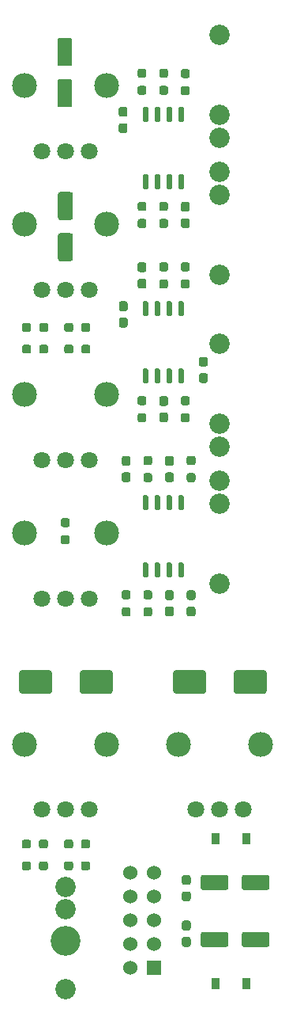
<source format=gbr>
%TF.GenerationSoftware,KiCad,Pcbnew,(5.1.9)-1*%
%TF.CreationDate,2021-03-03T00:59:23+01:00*%
%TF.ProjectId,Hands of Svarog,48616e64-7320-46f6-9620-537661726f67,rev?*%
%TF.SameCoordinates,Original*%
%TF.FileFunction,Soldermask,Top*%
%TF.FilePolarity,Negative*%
%FSLAX46Y46*%
G04 Gerber Fmt 4.6, Leading zero omitted, Abs format (unit mm)*
G04 Created by KiCad (PCBNEW (5.1.9)-1) date 2021-03-03 00:59:23*
%MOMM*%
%LPD*%
G01*
G04 APERTURE LIST*
%ADD10C,2.184400*%
%ADD11C,3.200000*%
%ADD12C,1.803400*%
%ADD13C,2.667000*%
%ADD14R,0.900000X1.200000*%
%ADD15R,1.524000X1.524000*%
%ADD16C,1.524000*%
G04 APERTURE END LIST*
D10*
%TO.C,J1*%
X99559837Y-31609800D03*
X99559837Y-42582600D03*
X99559837Y-40169600D03*
%TD*%
%TO.C,J2*%
X99559837Y-57263800D03*
X99559837Y-46291000D03*
X99559837Y-48704000D03*
%TD*%
%TO.C,J3*%
X99559837Y-64629800D03*
X99559837Y-75602600D03*
X99559837Y-73189600D03*
%TD*%
%TO.C,J4*%
X99559837Y-90283800D03*
X99559837Y-79311000D03*
X99559837Y-81724000D03*
%TD*%
%TO.C,J5*%
X83049837Y-133667000D03*
X83049837Y-122694200D03*
X83049837Y-125107200D03*
D11*
X83049837Y-128460000D03*
%TD*%
D12*
%TO.C,RV2*%
X80509837Y-58851300D03*
X83049837Y-58851300D03*
X85589837Y-58851300D03*
D13*
X87444037Y-51840900D03*
X78655637Y-51840900D03*
%TD*%
%TO.C,C1*%
G36*
G01*
X82449200Y-36358200D02*
X83549200Y-36358200D01*
G75*
G02*
X83799200Y-36608200I0J-250000D01*
G01*
X83799200Y-39108200D01*
G75*
G02*
X83549200Y-39358200I-250000J0D01*
G01*
X82449200Y-39358200D01*
G75*
G02*
X82199200Y-39108200I0J250000D01*
G01*
X82199200Y-36608200D01*
G75*
G02*
X82449200Y-36358200I250000J0D01*
G01*
G37*
G36*
G01*
X82449200Y-31958200D02*
X83549200Y-31958200D01*
G75*
G02*
X83799200Y-32208200I0J-250000D01*
G01*
X83799200Y-34708200D01*
G75*
G02*
X83549200Y-34958200I-250000J0D01*
G01*
X82449200Y-34958200D01*
G75*
G02*
X82199200Y-34708200I0J250000D01*
G01*
X82199200Y-32208200D01*
G75*
G02*
X82449200Y-31958200I250000J0D01*
G01*
G37*
%TD*%
%TO.C,C2*%
G36*
G01*
X82525400Y-48423200D02*
X83625400Y-48423200D01*
G75*
G02*
X83875400Y-48673200I0J-250000D01*
G01*
X83875400Y-51173200D01*
G75*
G02*
X83625400Y-51423200I-250000J0D01*
G01*
X82525400Y-51423200D01*
G75*
G02*
X82275400Y-51173200I0J250000D01*
G01*
X82275400Y-48673200D01*
G75*
G02*
X82525400Y-48423200I250000J0D01*
G01*
G37*
G36*
G01*
X82525400Y-52823200D02*
X83625400Y-52823200D01*
G75*
G02*
X83875400Y-53073200I0J-250000D01*
G01*
X83875400Y-55573200D01*
G75*
G02*
X83625400Y-55823200I-250000J0D01*
G01*
X82525400Y-55823200D01*
G75*
G02*
X82275400Y-55573200I0J250000D01*
G01*
X82275400Y-53073200D01*
G75*
G02*
X82525400Y-52823200I250000J0D01*
G01*
G37*
%TD*%
%TO.C,C3*%
G36*
G01*
X91042100Y-55940000D02*
X91517100Y-55940000D01*
G75*
G02*
X91754600Y-56177500I0J-237500D01*
G01*
X91754600Y-56752500D01*
G75*
G02*
X91517100Y-56990000I-237500J0D01*
G01*
X91042100Y-56990000D01*
G75*
G02*
X90804600Y-56752500I0J237500D01*
G01*
X90804600Y-56177500D01*
G75*
G02*
X91042100Y-55940000I237500J0D01*
G01*
G37*
G36*
G01*
X91042100Y-57690000D02*
X91517100Y-57690000D01*
G75*
G02*
X91754600Y-57927500I0J-237500D01*
G01*
X91754600Y-58502500D01*
G75*
G02*
X91517100Y-58740000I-237500J0D01*
G01*
X91042100Y-58740000D01*
G75*
G02*
X90804600Y-58502500I0J237500D01*
G01*
X90804600Y-57927500D01*
G75*
G02*
X91042100Y-57690000I237500J0D01*
G01*
G37*
%TD*%
%TO.C,C4*%
G36*
G01*
X93980032Y-78389100D02*
X94455032Y-78389100D01*
G75*
G02*
X94692532Y-78626600I0J-237500D01*
G01*
X94692532Y-79201600D01*
G75*
G02*
X94455032Y-79439100I-237500J0D01*
G01*
X93980032Y-79439100D01*
G75*
G02*
X93742532Y-79201600I0J237500D01*
G01*
X93742532Y-78626600D01*
G75*
G02*
X93980032Y-78389100I237500J0D01*
G01*
G37*
G36*
G01*
X93980032Y-76639100D02*
X94455032Y-76639100D01*
G75*
G02*
X94692532Y-76876600I0J-237500D01*
G01*
X94692532Y-77451600D01*
G75*
G02*
X94455032Y-77689100I-237500J0D01*
G01*
X93980032Y-77689100D01*
G75*
G02*
X93742532Y-77451600I0J237500D01*
G01*
X93742532Y-76876600D01*
G75*
G02*
X93980032Y-76639100I237500J0D01*
G01*
G37*
%TD*%
%TO.C,C5*%
G36*
G01*
X93361966Y-71990200D02*
X93836966Y-71990200D01*
G75*
G02*
X94074466Y-72227700I0J-237500D01*
G01*
X94074466Y-72802700D01*
G75*
G02*
X93836966Y-73040200I-237500J0D01*
G01*
X93361966Y-73040200D01*
G75*
G02*
X93124466Y-72802700I0J237500D01*
G01*
X93124466Y-72227700D01*
G75*
G02*
X93361966Y-71990200I237500J0D01*
G01*
G37*
G36*
G01*
X93361966Y-70240200D02*
X93836966Y-70240200D01*
G75*
G02*
X94074466Y-70477700I0J-237500D01*
G01*
X94074466Y-71052700D01*
G75*
G02*
X93836966Y-71290200I-237500J0D01*
G01*
X93361966Y-71290200D01*
G75*
G02*
X93124466Y-71052700I0J237500D01*
G01*
X93124466Y-70477700D01*
G75*
G02*
X93361966Y-70240200I237500J0D01*
G01*
G37*
%TD*%
%TO.C,C6*%
G36*
G01*
X93980032Y-90992000D02*
X94455032Y-90992000D01*
G75*
G02*
X94692532Y-91229500I0J-237500D01*
G01*
X94692532Y-91804500D01*
G75*
G02*
X94455032Y-92042000I-237500J0D01*
G01*
X93980032Y-92042000D01*
G75*
G02*
X93742532Y-91804500I0J237500D01*
G01*
X93742532Y-91229500D01*
G75*
G02*
X93980032Y-90992000I237500J0D01*
G01*
G37*
G36*
G01*
X93980032Y-92742000D02*
X94455032Y-92742000D01*
G75*
G02*
X94692532Y-92979500I0J-237500D01*
G01*
X94692532Y-93554500D01*
G75*
G02*
X94455032Y-93792000I-237500J0D01*
G01*
X93980032Y-93792000D01*
G75*
G02*
X93742532Y-93554500I0J237500D01*
G01*
X93742532Y-92979500D01*
G75*
G02*
X93980032Y-92742000I237500J0D01*
G01*
G37*
%TD*%
%TO.C,C7*%
G36*
G01*
X88126200Y-99799400D02*
X88126200Y-101799400D01*
G75*
G02*
X87876200Y-102049400I-250000J0D01*
G01*
X84876200Y-102049400D01*
G75*
G02*
X84626200Y-101799400I0J250000D01*
G01*
X84626200Y-99799400D01*
G75*
G02*
X84876200Y-99549400I250000J0D01*
G01*
X87876200Y-99549400D01*
G75*
G02*
X88126200Y-99799400I0J-250000D01*
G01*
G37*
G36*
G01*
X81626200Y-99799400D02*
X81626200Y-101799400D01*
G75*
G02*
X81376200Y-102049400I-250000J0D01*
G01*
X78376200Y-102049400D01*
G75*
G02*
X78126200Y-101799400I0J250000D01*
G01*
X78126200Y-99799400D01*
G75*
G02*
X78376200Y-99549400I250000J0D01*
G01*
X81376200Y-99549400D01*
G75*
G02*
X81626200Y-99799400I0J-250000D01*
G01*
G37*
%TD*%
%TO.C,C8*%
G36*
G01*
X98136200Y-99799400D02*
X98136200Y-101799400D01*
G75*
G02*
X97886200Y-102049400I-250000J0D01*
G01*
X94886200Y-102049400D01*
G75*
G02*
X94636200Y-101799400I0J250000D01*
G01*
X94636200Y-99799400D01*
G75*
G02*
X94886200Y-99549400I250000J0D01*
G01*
X97886200Y-99549400D01*
G75*
G02*
X98136200Y-99799400I0J-250000D01*
G01*
G37*
G36*
G01*
X104636200Y-99799400D02*
X104636200Y-101799400D01*
G75*
G02*
X104386200Y-102049400I-250000J0D01*
G01*
X101386200Y-102049400D01*
G75*
G02*
X101136200Y-101799400I0J250000D01*
G01*
X101136200Y-99799400D01*
G75*
G02*
X101386200Y-99549400I250000J0D01*
G01*
X104386200Y-99549400D01*
G75*
G02*
X104636200Y-99799400I0J-250000D01*
G01*
G37*
%TD*%
%TO.C,C9*%
G36*
G01*
X101961800Y-122787000D02*
X101961800Y-121687000D01*
G75*
G02*
X102211800Y-121437000I250000J0D01*
G01*
X104711800Y-121437000D01*
G75*
G02*
X104961800Y-121687000I0J-250000D01*
G01*
X104961800Y-122787000D01*
G75*
G02*
X104711800Y-123037000I-250000J0D01*
G01*
X102211800Y-123037000D01*
G75*
G02*
X101961800Y-122787000I0J250000D01*
G01*
G37*
G36*
G01*
X97561800Y-122787000D02*
X97561800Y-121687000D01*
G75*
G02*
X97811800Y-121437000I250000J0D01*
G01*
X100311800Y-121437000D01*
G75*
G02*
X100561800Y-121687000I0J-250000D01*
G01*
X100561800Y-122787000D01*
G75*
G02*
X100311800Y-123037000I-250000J0D01*
G01*
X97811800Y-123037000D01*
G75*
G02*
X97561800Y-122787000I0J250000D01*
G01*
G37*
%TD*%
%TO.C,C10*%
G36*
G01*
X104961800Y-127783000D02*
X104961800Y-128883000D01*
G75*
G02*
X104711800Y-129133000I-250000J0D01*
G01*
X102211800Y-129133000D01*
G75*
G02*
X101961800Y-128883000I0J250000D01*
G01*
X101961800Y-127783000D01*
G75*
G02*
X102211800Y-127533000I250000J0D01*
G01*
X104711800Y-127533000D01*
G75*
G02*
X104961800Y-127783000I0J-250000D01*
G01*
G37*
G36*
G01*
X100561800Y-127783000D02*
X100561800Y-128883000D01*
G75*
G02*
X100311800Y-129133000I-250000J0D01*
G01*
X97811800Y-129133000D01*
G75*
G02*
X97561800Y-128883000I0J250000D01*
G01*
X97561800Y-127783000D01*
G75*
G02*
X97811800Y-127533000I250000J0D01*
G01*
X100311800Y-127533000D01*
G75*
G02*
X100561800Y-127783000I0J-250000D01*
G01*
G37*
%TD*%
%TO.C,C11*%
G36*
G01*
X95791900Y-123185200D02*
X96266900Y-123185200D01*
G75*
G02*
X96504400Y-123422700I0J-237500D01*
G01*
X96504400Y-123997700D01*
G75*
G02*
X96266900Y-124235200I-237500J0D01*
G01*
X95791900Y-124235200D01*
G75*
G02*
X95554400Y-123997700I0J237500D01*
G01*
X95554400Y-123422700D01*
G75*
G02*
X95791900Y-123185200I237500J0D01*
G01*
G37*
G36*
G01*
X95791900Y-121435200D02*
X96266900Y-121435200D01*
G75*
G02*
X96504400Y-121672700I0J-237500D01*
G01*
X96504400Y-122247700D01*
G75*
G02*
X96266900Y-122485200I-237500J0D01*
G01*
X95791900Y-122485200D01*
G75*
G02*
X95554400Y-122247700I0J237500D01*
G01*
X95554400Y-121672700D01*
G75*
G02*
X95791900Y-121435200I237500J0D01*
G01*
G37*
%TD*%
%TO.C,C12*%
G36*
G01*
X96266900Y-129112000D02*
X95791900Y-129112000D01*
G75*
G02*
X95554400Y-128874500I0J237500D01*
G01*
X95554400Y-128299500D01*
G75*
G02*
X95791900Y-128062000I237500J0D01*
G01*
X96266900Y-128062000D01*
G75*
G02*
X96504400Y-128299500I0J-237500D01*
G01*
X96504400Y-128874500D01*
G75*
G02*
X96266900Y-129112000I-237500J0D01*
G01*
G37*
G36*
G01*
X96266900Y-127362000D02*
X95791900Y-127362000D01*
G75*
G02*
X95554400Y-127124500I0J237500D01*
G01*
X95554400Y-126549500D01*
G75*
G02*
X95791900Y-126312000I237500J0D01*
G01*
X96266900Y-126312000D01*
G75*
G02*
X96504400Y-126549500I0J-237500D01*
G01*
X96504400Y-127124500D01*
G75*
G02*
X96266900Y-127362000I-237500J0D01*
G01*
G37*
%TD*%
%TO.C,C13*%
G36*
G01*
X97620700Y-67785200D02*
X98095700Y-67785200D01*
G75*
G02*
X98333200Y-68022700I0J-237500D01*
G01*
X98333200Y-68597700D01*
G75*
G02*
X98095700Y-68835200I-237500J0D01*
G01*
X97620700Y-68835200D01*
G75*
G02*
X97383200Y-68597700I0J237500D01*
G01*
X97383200Y-68022700D01*
G75*
G02*
X97620700Y-67785200I237500J0D01*
G01*
G37*
G36*
G01*
X97620700Y-66035200D02*
X98095700Y-66035200D01*
G75*
G02*
X98333200Y-66272700I0J-237500D01*
G01*
X98333200Y-66847700D01*
G75*
G02*
X98095700Y-67085200I-237500J0D01*
G01*
X97620700Y-67085200D01*
G75*
G02*
X97383200Y-66847700I0J237500D01*
G01*
X97383200Y-66272700D01*
G75*
G02*
X97620700Y-66035200I237500J0D01*
G01*
G37*
%TD*%
%TO.C,C14*%
G36*
G01*
X89035500Y-60105600D02*
X89510500Y-60105600D01*
G75*
G02*
X89748000Y-60343100I0J-237500D01*
G01*
X89748000Y-60918100D01*
G75*
G02*
X89510500Y-61155600I-237500J0D01*
G01*
X89035500Y-61155600D01*
G75*
G02*
X88798000Y-60918100I0J237500D01*
G01*
X88798000Y-60343100D01*
G75*
G02*
X89035500Y-60105600I237500J0D01*
G01*
G37*
G36*
G01*
X89035500Y-61855600D02*
X89510500Y-61855600D01*
G75*
G02*
X89748000Y-62093100I0J-237500D01*
G01*
X89748000Y-62668100D01*
G75*
G02*
X89510500Y-62905600I-237500J0D01*
G01*
X89035500Y-62905600D01*
G75*
G02*
X88798000Y-62668100I0J237500D01*
G01*
X88798000Y-62093100D01*
G75*
G02*
X89035500Y-61855600I237500J0D01*
G01*
G37*
%TD*%
%TO.C,C15*%
G36*
G01*
X96774900Y-92042000D02*
X96299900Y-92042000D01*
G75*
G02*
X96062400Y-91804500I0J237500D01*
G01*
X96062400Y-91229500D01*
G75*
G02*
X96299900Y-90992000I237500J0D01*
G01*
X96774900Y-90992000D01*
G75*
G02*
X97012400Y-91229500I0J-237500D01*
G01*
X97012400Y-91804500D01*
G75*
G02*
X96774900Y-92042000I-237500J0D01*
G01*
G37*
G36*
G01*
X96774900Y-93792000D02*
X96299900Y-93792000D01*
G75*
G02*
X96062400Y-93554500I0J237500D01*
G01*
X96062400Y-92979500D01*
G75*
G02*
X96299900Y-92742000I237500J0D01*
G01*
X96774900Y-92742000D01*
G75*
G02*
X97012400Y-92979500I0J-237500D01*
G01*
X97012400Y-93554500D01*
G75*
G02*
X96774900Y-93792000I-237500J0D01*
G01*
G37*
%TD*%
%TO.C,C16*%
G36*
G01*
X89815300Y-79439100D02*
X89340300Y-79439100D01*
G75*
G02*
X89102800Y-79201600I0J237500D01*
G01*
X89102800Y-78626600D01*
G75*
G02*
X89340300Y-78389100I237500J0D01*
G01*
X89815300Y-78389100D01*
G75*
G02*
X90052800Y-78626600I0J-237500D01*
G01*
X90052800Y-79201600D01*
G75*
G02*
X89815300Y-79439100I-237500J0D01*
G01*
G37*
G36*
G01*
X89815300Y-77689100D02*
X89340300Y-77689100D01*
G75*
G02*
X89102800Y-77451600I0J237500D01*
G01*
X89102800Y-76876600D01*
G75*
G02*
X89340300Y-76639100I237500J0D01*
G01*
X89815300Y-76639100D01*
G75*
G02*
X90052800Y-76876600I0J-237500D01*
G01*
X90052800Y-77451600D01*
G75*
G02*
X89815300Y-77689100I-237500J0D01*
G01*
G37*
%TD*%
%TO.C,C17*%
G36*
G01*
X96156832Y-50524400D02*
X95681832Y-50524400D01*
G75*
G02*
X95444332Y-50286900I0J237500D01*
G01*
X95444332Y-49711900D01*
G75*
G02*
X95681832Y-49474400I237500J0D01*
G01*
X96156832Y-49474400D01*
G75*
G02*
X96394332Y-49711900I0J-237500D01*
G01*
X96394332Y-50286900D01*
G75*
G02*
X96156832Y-50524400I-237500J0D01*
G01*
G37*
G36*
G01*
X96156832Y-52274400D02*
X95681832Y-52274400D01*
G75*
G02*
X95444332Y-52036900I0J237500D01*
G01*
X95444332Y-51461900D01*
G75*
G02*
X95681832Y-51224400I237500J0D01*
G01*
X96156832Y-51224400D01*
G75*
G02*
X96394332Y-51461900I0J-237500D01*
G01*
X96394332Y-52036900D01*
G75*
G02*
X96156832Y-52274400I-237500J0D01*
G01*
G37*
%TD*%
%TO.C,C18*%
G36*
G01*
X89010100Y-39314400D02*
X89485100Y-39314400D01*
G75*
G02*
X89722600Y-39551900I0J-237500D01*
G01*
X89722600Y-40126900D01*
G75*
G02*
X89485100Y-40364400I-237500J0D01*
G01*
X89010100Y-40364400D01*
G75*
G02*
X88772600Y-40126900I0J237500D01*
G01*
X88772600Y-39551900D01*
G75*
G02*
X89010100Y-39314400I237500J0D01*
G01*
G37*
G36*
G01*
X89010100Y-41064400D02*
X89485100Y-41064400D01*
G75*
G02*
X89722600Y-41301900I0J-237500D01*
G01*
X89722600Y-41876900D01*
G75*
G02*
X89485100Y-42114400I-237500J0D01*
G01*
X89010100Y-42114400D01*
G75*
G02*
X88772600Y-41876900I0J237500D01*
G01*
X88772600Y-41301900D01*
G75*
G02*
X89010100Y-41064400I237500J0D01*
G01*
G37*
%TD*%
D14*
%TO.C,D1*%
X99155600Y-117538000D03*
X102455600Y-117538000D03*
%TD*%
%TO.C,D2*%
X99155600Y-133082800D03*
X102455600Y-133082800D03*
%TD*%
D15*
%TO.C,J7*%
X92575000Y-131355600D03*
D16*
X90035000Y-131355600D03*
X92575000Y-128815600D03*
X90035000Y-128815600D03*
X92575000Y-126275600D03*
X90035000Y-126275600D03*
X92575000Y-123735600D03*
X90035000Y-123735600D03*
X92575000Y-121195600D03*
X90035000Y-121195600D03*
%TD*%
%TO.C,R1*%
G36*
G01*
X93836966Y-36212100D02*
X93361966Y-36212100D01*
G75*
G02*
X93124466Y-35974600I0J237500D01*
G01*
X93124466Y-35474600D01*
G75*
G02*
X93361966Y-35237100I237500J0D01*
G01*
X93836966Y-35237100D01*
G75*
G02*
X94074466Y-35474600I0J-237500D01*
G01*
X94074466Y-35974600D01*
G75*
G02*
X93836966Y-36212100I-237500J0D01*
G01*
G37*
G36*
G01*
X93836966Y-38037100D02*
X93361966Y-38037100D01*
G75*
G02*
X93124466Y-37799600I0J237500D01*
G01*
X93124466Y-37299600D01*
G75*
G02*
X93361966Y-37062100I237500J0D01*
G01*
X93836966Y-37062100D01*
G75*
G02*
X94074466Y-37299600I0J-237500D01*
G01*
X94074466Y-37799600D01*
G75*
G02*
X93836966Y-38037100I-237500J0D01*
G01*
G37*
%TD*%
%TO.C,R2*%
G36*
G01*
X91517100Y-38037100D02*
X91042100Y-38037100D01*
G75*
G02*
X90804600Y-37799600I0J237500D01*
G01*
X90804600Y-37299600D01*
G75*
G02*
X91042100Y-37062100I237500J0D01*
G01*
X91517100Y-37062100D01*
G75*
G02*
X91754600Y-37299600I0J-237500D01*
G01*
X91754600Y-37799600D01*
G75*
G02*
X91517100Y-38037100I-237500J0D01*
G01*
G37*
G36*
G01*
X91517100Y-36212100D02*
X91042100Y-36212100D01*
G75*
G02*
X90804600Y-35974600I0J237500D01*
G01*
X90804600Y-35474600D01*
G75*
G02*
X91042100Y-35237100I237500J0D01*
G01*
X91517100Y-35237100D01*
G75*
G02*
X91754600Y-35474600I0J-237500D01*
G01*
X91754600Y-35974600D01*
G75*
G02*
X91517100Y-36212100I-237500J0D01*
G01*
G37*
%TD*%
%TO.C,R3*%
G36*
G01*
X91042100Y-49474400D02*
X91517100Y-49474400D01*
G75*
G02*
X91754600Y-49711900I0J-237500D01*
G01*
X91754600Y-50211900D01*
G75*
G02*
X91517100Y-50449400I-237500J0D01*
G01*
X91042100Y-50449400D01*
G75*
G02*
X90804600Y-50211900I0J237500D01*
G01*
X90804600Y-49711900D01*
G75*
G02*
X91042100Y-49474400I237500J0D01*
G01*
G37*
G36*
G01*
X91042100Y-51299400D02*
X91517100Y-51299400D01*
G75*
G02*
X91754600Y-51536900I0J-237500D01*
G01*
X91754600Y-52036900D01*
G75*
G02*
X91517100Y-52274400I-237500J0D01*
G01*
X91042100Y-52274400D01*
G75*
G02*
X90804600Y-52036900I0J237500D01*
G01*
X90804600Y-51536900D01*
G75*
G02*
X91042100Y-51299400I237500J0D01*
G01*
G37*
%TD*%
%TO.C,R4*%
G36*
G01*
X82812337Y-83270400D02*
X83287337Y-83270400D01*
G75*
G02*
X83524837Y-83507900I0J-237500D01*
G01*
X83524837Y-84007900D01*
G75*
G02*
X83287337Y-84245400I-237500J0D01*
G01*
X82812337Y-84245400D01*
G75*
G02*
X82574837Y-84007900I0J237500D01*
G01*
X82574837Y-83507900D01*
G75*
G02*
X82812337Y-83270400I237500J0D01*
G01*
G37*
G36*
G01*
X82812337Y-85095400D02*
X83287337Y-85095400D01*
G75*
G02*
X83524837Y-85332900I0J-237500D01*
G01*
X83524837Y-85832900D01*
G75*
G02*
X83287337Y-86070400I-237500J0D01*
G01*
X82812337Y-86070400D01*
G75*
G02*
X82574837Y-85832900I0J237500D01*
G01*
X82574837Y-85332900D01*
G75*
G02*
X82812337Y-85095400I237500J0D01*
G01*
G37*
%TD*%
%TO.C,R5*%
G36*
G01*
X96156832Y-38066300D02*
X95681832Y-38066300D01*
G75*
G02*
X95444332Y-37828800I0J237500D01*
G01*
X95444332Y-37328800D01*
G75*
G02*
X95681832Y-37091300I237500J0D01*
G01*
X96156832Y-37091300D01*
G75*
G02*
X96394332Y-37328800I0J-237500D01*
G01*
X96394332Y-37828800D01*
G75*
G02*
X96156832Y-38066300I-237500J0D01*
G01*
G37*
G36*
G01*
X96156832Y-36241300D02*
X95681832Y-36241300D01*
G75*
G02*
X95444332Y-36003800I0J237500D01*
G01*
X95444332Y-35503800D01*
G75*
G02*
X95681832Y-35266300I237500J0D01*
G01*
X96156832Y-35266300D01*
G75*
G02*
X96394332Y-35503800I0J-237500D01*
G01*
X96394332Y-36003800D01*
G75*
G02*
X96156832Y-36241300I-237500J0D01*
G01*
G37*
%TD*%
%TO.C,R6*%
G36*
G01*
X93361966Y-51299400D02*
X93836966Y-51299400D01*
G75*
G02*
X94074466Y-51536900I0J-237500D01*
G01*
X94074466Y-52036900D01*
G75*
G02*
X93836966Y-52274400I-237500J0D01*
G01*
X93361966Y-52274400D01*
G75*
G02*
X93124466Y-52036900I0J237500D01*
G01*
X93124466Y-51536900D01*
G75*
G02*
X93361966Y-51299400I237500J0D01*
G01*
G37*
G36*
G01*
X93361966Y-49474400D02*
X93836966Y-49474400D01*
G75*
G02*
X94074466Y-49711900I0J-237500D01*
G01*
X94074466Y-50211900D01*
G75*
G02*
X93836966Y-50449400I-237500J0D01*
G01*
X93361966Y-50449400D01*
G75*
G02*
X93124466Y-50211900I0J237500D01*
G01*
X93124466Y-49711900D01*
G75*
G02*
X93361966Y-49474400I237500J0D01*
G01*
G37*
%TD*%
%TO.C,R7*%
G36*
G01*
X81222300Y-62665100D02*
X81222300Y-63140100D01*
G75*
G02*
X80984800Y-63377600I-237500J0D01*
G01*
X80484800Y-63377600D01*
G75*
G02*
X80247300Y-63140100I0J237500D01*
G01*
X80247300Y-62665100D01*
G75*
G02*
X80484800Y-62427600I237500J0D01*
G01*
X80984800Y-62427600D01*
G75*
G02*
X81222300Y-62665100I0J-237500D01*
G01*
G37*
G36*
G01*
X79397300Y-62665100D02*
X79397300Y-63140100D01*
G75*
G02*
X79159800Y-63377600I-237500J0D01*
G01*
X78659800Y-63377600D01*
G75*
G02*
X78422300Y-63140100I0J237500D01*
G01*
X78422300Y-62665100D01*
G75*
G02*
X78659800Y-62427600I237500J0D01*
G01*
X79159800Y-62427600D01*
G75*
G02*
X79397300Y-62665100I0J-237500D01*
G01*
G37*
%TD*%
%TO.C,R8*%
G36*
G01*
X81222300Y-64976500D02*
X81222300Y-65451500D01*
G75*
G02*
X80984800Y-65689000I-237500J0D01*
G01*
X80484800Y-65689000D01*
G75*
G02*
X80247300Y-65451500I0J237500D01*
G01*
X80247300Y-64976500D01*
G75*
G02*
X80484800Y-64739000I237500J0D01*
G01*
X80984800Y-64739000D01*
G75*
G02*
X81222300Y-64976500I0J-237500D01*
G01*
G37*
G36*
G01*
X79397300Y-64976500D02*
X79397300Y-65451500D01*
G75*
G02*
X79159800Y-65689000I-237500J0D01*
G01*
X78659800Y-65689000D01*
G75*
G02*
X78422300Y-65451500I0J237500D01*
G01*
X78422300Y-64976500D01*
G75*
G02*
X78659800Y-64739000I237500J0D01*
G01*
X79159800Y-64739000D01*
G75*
G02*
X79397300Y-64976500I0J-237500D01*
G01*
G37*
%TD*%
%TO.C,R9*%
G36*
G01*
X79371900Y-120221500D02*
X79371900Y-120696500D01*
G75*
G02*
X79134400Y-120934000I-237500J0D01*
G01*
X78634400Y-120934000D01*
G75*
G02*
X78396900Y-120696500I0J237500D01*
G01*
X78396900Y-120221500D01*
G75*
G02*
X78634400Y-119984000I237500J0D01*
G01*
X79134400Y-119984000D01*
G75*
G02*
X79371900Y-120221500I0J-237500D01*
G01*
G37*
G36*
G01*
X81196900Y-120221500D02*
X81196900Y-120696500D01*
G75*
G02*
X80959400Y-120934000I-237500J0D01*
G01*
X80459400Y-120934000D01*
G75*
G02*
X80221900Y-120696500I0J237500D01*
G01*
X80221900Y-120221500D01*
G75*
G02*
X80459400Y-119984000I237500J0D01*
G01*
X80959400Y-119984000D01*
G75*
G02*
X81196900Y-120221500I0J-237500D01*
G01*
G37*
%TD*%
%TO.C,R10*%
G36*
G01*
X82918100Y-120696500D02*
X82918100Y-120221500D01*
G75*
G02*
X83155600Y-119984000I237500J0D01*
G01*
X83655600Y-119984000D01*
G75*
G02*
X83893100Y-120221500I0J-237500D01*
G01*
X83893100Y-120696500D01*
G75*
G02*
X83655600Y-120934000I-237500J0D01*
G01*
X83155600Y-120934000D01*
G75*
G02*
X82918100Y-120696500I0J237500D01*
G01*
G37*
G36*
G01*
X84743100Y-120696500D02*
X84743100Y-120221500D01*
G75*
G02*
X84980600Y-119984000I237500J0D01*
G01*
X85480600Y-119984000D01*
G75*
G02*
X85718100Y-120221500I0J-237500D01*
G01*
X85718100Y-120696500D01*
G75*
G02*
X85480600Y-120934000I-237500J0D01*
G01*
X84980600Y-120934000D01*
G75*
G02*
X84743100Y-120696500I0J237500D01*
G01*
G37*
%TD*%
%TO.C,R11*%
G36*
G01*
X83918500Y-62665100D02*
X83918500Y-63140100D01*
G75*
G02*
X83681000Y-63377600I-237500J0D01*
G01*
X83181000Y-63377600D01*
G75*
G02*
X82943500Y-63140100I0J237500D01*
G01*
X82943500Y-62665100D01*
G75*
G02*
X83181000Y-62427600I237500J0D01*
G01*
X83681000Y-62427600D01*
G75*
G02*
X83918500Y-62665100I0J-237500D01*
G01*
G37*
G36*
G01*
X85743500Y-62665100D02*
X85743500Y-63140100D01*
G75*
G02*
X85506000Y-63377600I-237500J0D01*
G01*
X85006000Y-63377600D01*
G75*
G02*
X84768500Y-63140100I0J237500D01*
G01*
X84768500Y-62665100D01*
G75*
G02*
X85006000Y-62427600I237500J0D01*
G01*
X85506000Y-62427600D01*
G75*
G02*
X85743500Y-62665100I0J-237500D01*
G01*
G37*
%TD*%
%TO.C,R12*%
G36*
G01*
X85743500Y-64976500D02*
X85743500Y-65451500D01*
G75*
G02*
X85506000Y-65689000I-237500J0D01*
G01*
X85006000Y-65689000D01*
G75*
G02*
X84768500Y-65451500I0J237500D01*
G01*
X84768500Y-64976500D01*
G75*
G02*
X85006000Y-64739000I237500J0D01*
G01*
X85506000Y-64739000D01*
G75*
G02*
X85743500Y-64976500I0J-237500D01*
G01*
G37*
G36*
G01*
X83918500Y-64976500D02*
X83918500Y-65451500D01*
G75*
G02*
X83681000Y-65689000I-237500J0D01*
G01*
X83181000Y-65689000D01*
G75*
G02*
X82943500Y-65451500I0J237500D01*
G01*
X82943500Y-64976500D01*
G75*
G02*
X83181000Y-64739000I237500J0D01*
G01*
X83681000Y-64739000D01*
G75*
G02*
X83918500Y-64976500I0J-237500D01*
G01*
G37*
%TD*%
%TO.C,R13*%
G36*
G01*
X80221900Y-118359700D02*
X80221900Y-117884700D01*
G75*
G02*
X80459400Y-117647200I237500J0D01*
G01*
X80959400Y-117647200D01*
G75*
G02*
X81196900Y-117884700I0J-237500D01*
G01*
X81196900Y-118359700D01*
G75*
G02*
X80959400Y-118597200I-237500J0D01*
G01*
X80459400Y-118597200D01*
G75*
G02*
X80221900Y-118359700I0J237500D01*
G01*
G37*
G36*
G01*
X78396900Y-118359700D02*
X78396900Y-117884700D01*
G75*
G02*
X78634400Y-117647200I237500J0D01*
G01*
X79134400Y-117647200D01*
G75*
G02*
X79371900Y-117884700I0J-237500D01*
G01*
X79371900Y-118359700D01*
G75*
G02*
X79134400Y-118597200I-237500J0D01*
G01*
X78634400Y-118597200D01*
G75*
G02*
X78396900Y-118359700I0J237500D01*
G01*
G37*
%TD*%
%TO.C,R14*%
G36*
G01*
X82918100Y-118359700D02*
X82918100Y-117884700D01*
G75*
G02*
X83155600Y-117647200I237500J0D01*
G01*
X83655600Y-117647200D01*
G75*
G02*
X83893100Y-117884700I0J-237500D01*
G01*
X83893100Y-118359700D01*
G75*
G02*
X83655600Y-118597200I-237500J0D01*
G01*
X83155600Y-118597200D01*
G75*
G02*
X82918100Y-118359700I0J237500D01*
G01*
G37*
G36*
G01*
X84743100Y-118359700D02*
X84743100Y-117884700D01*
G75*
G02*
X84980600Y-117647200I237500J0D01*
G01*
X85480600Y-117647200D01*
G75*
G02*
X85718100Y-117884700I0J-237500D01*
G01*
X85718100Y-118359700D01*
G75*
G02*
X85480600Y-118597200I-237500J0D01*
G01*
X84980600Y-118597200D01*
G75*
G02*
X84743100Y-118359700I0J237500D01*
G01*
G37*
%TD*%
%TO.C,R15*%
G36*
G01*
X93361966Y-57765000D02*
X93836966Y-57765000D01*
G75*
G02*
X94074466Y-58002500I0J-237500D01*
G01*
X94074466Y-58502500D01*
G75*
G02*
X93836966Y-58740000I-237500J0D01*
G01*
X93361966Y-58740000D01*
G75*
G02*
X93124466Y-58502500I0J237500D01*
G01*
X93124466Y-58002500D01*
G75*
G02*
X93361966Y-57765000I237500J0D01*
G01*
G37*
G36*
G01*
X93361966Y-55940000D02*
X93836966Y-55940000D01*
G75*
G02*
X94074466Y-56177500I0J-237500D01*
G01*
X94074466Y-56677500D01*
G75*
G02*
X93836966Y-56915000I-237500J0D01*
G01*
X93361966Y-56915000D01*
G75*
G02*
X93124466Y-56677500I0J237500D01*
G01*
X93124466Y-56177500D01*
G75*
G02*
X93361966Y-55940000I237500J0D01*
G01*
G37*
%TD*%
%TO.C,R16*%
G36*
G01*
X96299900Y-76639100D02*
X96774900Y-76639100D01*
G75*
G02*
X97012400Y-76876600I0J-237500D01*
G01*
X97012400Y-77376600D01*
G75*
G02*
X96774900Y-77614100I-237500J0D01*
G01*
X96299900Y-77614100D01*
G75*
G02*
X96062400Y-77376600I0J237500D01*
G01*
X96062400Y-76876600D01*
G75*
G02*
X96299900Y-76639100I237500J0D01*
G01*
G37*
G36*
G01*
X96299900Y-78464100D02*
X96774900Y-78464100D01*
G75*
G02*
X97012400Y-78701600I0J-237500D01*
G01*
X97012400Y-79201600D01*
G75*
G02*
X96774900Y-79439100I-237500J0D01*
G01*
X96299900Y-79439100D01*
G75*
G02*
X96062400Y-79201600I0J237500D01*
G01*
X96062400Y-78701600D01*
G75*
G02*
X96299900Y-78464100I237500J0D01*
G01*
G37*
%TD*%
%TO.C,R17*%
G36*
G01*
X95681832Y-57765000D02*
X96156832Y-57765000D01*
G75*
G02*
X96394332Y-58002500I0J-237500D01*
G01*
X96394332Y-58502500D01*
G75*
G02*
X96156832Y-58740000I-237500J0D01*
G01*
X95681832Y-58740000D01*
G75*
G02*
X95444332Y-58502500I0J237500D01*
G01*
X95444332Y-58002500D01*
G75*
G02*
X95681832Y-57765000I237500J0D01*
G01*
G37*
G36*
G01*
X95681832Y-55940000D02*
X96156832Y-55940000D01*
G75*
G02*
X96394332Y-56177500I0J-237500D01*
G01*
X96394332Y-56677500D01*
G75*
G02*
X96156832Y-56915000I-237500J0D01*
G01*
X95681832Y-56915000D01*
G75*
G02*
X95444332Y-56677500I0J237500D01*
G01*
X95444332Y-56177500D01*
G75*
G02*
X95681832Y-55940000I237500J0D01*
G01*
G37*
%TD*%
%TO.C,R18*%
G36*
G01*
X92135166Y-77614100D02*
X91660166Y-77614100D01*
G75*
G02*
X91422666Y-77376600I0J237500D01*
G01*
X91422666Y-76876600D01*
G75*
G02*
X91660166Y-76639100I237500J0D01*
G01*
X92135166Y-76639100D01*
G75*
G02*
X92372666Y-76876600I0J-237500D01*
G01*
X92372666Y-77376600D01*
G75*
G02*
X92135166Y-77614100I-237500J0D01*
G01*
G37*
G36*
G01*
X92135166Y-79439100D02*
X91660166Y-79439100D01*
G75*
G02*
X91422666Y-79201600I0J237500D01*
G01*
X91422666Y-78701600D01*
G75*
G02*
X91660166Y-78464100I237500J0D01*
G01*
X92135166Y-78464100D01*
G75*
G02*
X92372666Y-78701600I0J-237500D01*
G01*
X92372666Y-79201600D01*
G75*
G02*
X92135166Y-79439100I-237500J0D01*
G01*
G37*
%TD*%
%TO.C,R19*%
G36*
G01*
X91517100Y-73040200D02*
X91042100Y-73040200D01*
G75*
G02*
X90804600Y-72802700I0J237500D01*
G01*
X90804600Y-72302700D01*
G75*
G02*
X91042100Y-72065200I237500J0D01*
G01*
X91517100Y-72065200D01*
G75*
G02*
X91754600Y-72302700I0J-237500D01*
G01*
X91754600Y-72802700D01*
G75*
G02*
X91517100Y-73040200I-237500J0D01*
G01*
G37*
G36*
G01*
X91517100Y-71215200D02*
X91042100Y-71215200D01*
G75*
G02*
X90804600Y-70977700I0J237500D01*
G01*
X90804600Y-70477700D01*
G75*
G02*
X91042100Y-70240200I237500J0D01*
G01*
X91517100Y-70240200D01*
G75*
G02*
X91754600Y-70477700I0J-237500D01*
G01*
X91754600Y-70977700D01*
G75*
G02*
X91517100Y-71215200I-237500J0D01*
G01*
G37*
%TD*%
%TO.C,R20*%
G36*
G01*
X96156832Y-71215200D02*
X95681832Y-71215200D01*
G75*
G02*
X95444332Y-70977700I0J237500D01*
G01*
X95444332Y-70477700D01*
G75*
G02*
X95681832Y-70240200I237500J0D01*
G01*
X96156832Y-70240200D01*
G75*
G02*
X96394332Y-70477700I0J-237500D01*
G01*
X96394332Y-70977700D01*
G75*
G02*
X96156832Y-71215200I-237500J0D01*
G01*
G37*
G36*
G01*
X96156832Y-73040200D02*
X95681832Y-73040200D01*
G75*
G02*
X95444332Y-72802700I0J237500D01*
G01*
X95444332Y-72302700D01*
G75*
G02*
X95681832Y-72065200I237500J0D01*
G01*
X96156832Y-72065200D01*
G75*
G02*
X96394332Y-72302700I0J-237500D01*
G01*
X96394332Y-72802700D01*
G75*
G02*
X96156832Y-73040200I-237500J0D01*
G01*
G37*
%TD*%
%TO.C,R21*%
G36*
G01*
X89815300Y-91967000D02*
X89340300Y-91967000D01*
G75*
G02*
X89102800Y-91729500I0J237500D01*
G01*
X89102800Y-91229500D01*
G75*
G02*
X89340300Y-90992000I237500J0D01*
G01*
X89815300Y-90992000D01*
G75*
G02*
X90052800Y-91229500I0J-237500D01*
G01*
X90052800Y-91729500D01*
G75*
G02*
X89815300Y-91967000I-237500J0D01*
G01*
G37*
G36*
G01*
X89815300Y-93792000D02*
X89340300Y-93792000D01*
G75*
G02*
X89102800Y-93554500I0J237500D01*
G01*
X89102800Y-93054500D01*
G75*
G02*
X89340300Y-92817000I237500J0D01*
G01*
X89815300Y-92817000D01*
G75*
G02*
X90052800Y-93054500I0J-237500D01*
G01*
X90052800Y-93554500D01*
G75*
G02*
X89815300Y-93792000I-237500J0D01*
G01*
G37*
%TD*%
%TO.C,R22*%
G36*
G01*
X92135166Y-91967000D02*
X91660166Y-91967000D01*
G75*
G02*
X91422666Y-91729500I0J237500D01*
G01*
X91422666Y-91229500D01*
G75*
G02*
X91660166Y-90992000I237500J0D01*
G01*
X92135166Y-90992000D01*
G75*
G02*
X92372666Y-91229500I0J-237500D01*
G01*
X92372666Y-91729500D01*
G75*
G02*
X92135166Y-91967000I-237500J0D01*
G01*
G37*
G36*
G01*
X92135166Y-93792000D02*
X91660166Y-93792000D01*
G75*
G02*
X91422666Y-93554500I0J237500D01*
G01*
X91422666Y-93054500D01*
G75*
G02*
X91660166Y-92817000I237500J0D01*
G01*
X92135166Y-92817000D01*
G75*
G02*
X92372666Y-93054500I0J-237500D01*
G01*
X92372666Y-93554500D01*
G75*
G02*
X92135166Y-93792000I-237500J0D01*
G01*
G37*
%TD*%
D13*
%TO.C,RV1*%
X78655637Y-37032699D03*
X87444037Y-37032699D03*
D12*
X85589837Y-44043099D03*
X83049837Y-44043099D03*
X80509837Y-44043099D03*
%TD*%
D13*
%TO.C,RV3*%
X78655637Y-70052699D03*
X87444037Y-70052699D03*
D12*
X85589837Y-77063099D03*
X83049837Y-77063099D03*
X80509837Y-77063099D03*
%TD*%
%TO.C,RV4*%
X80509837Y-91871300D03*
X83049837Y-91871300D03*
X85589837Y-91871300D03*
D13*
X87444037Y-84860900D03*
X78655637Y-84860900D03*
%TD*%
%TO.C,RV5*%
X95165637Y-107443343D03*
X103954037Y-107443343D03*
D12*
X102099837Y-114453743D03*
X99559837Y-114453743D03*
X97019837Y-114453743D03*
%TD*%
D13*
%TO.C,RV6*%
X78655637Y-107443343D03*
X87444037Y-107443343D03*
D12*
X85589837Y-114453743D03*
X83049837Y-114453743D03*
X80509837Y-114453743D03*
%TD*%
%TO.C,U1*%
G36*
G01*
X95320600Y-39325600D02*
X95620600Y-39325600D01*
G75*
G02*
X95770600Y-39475600I0J-150000D01*
G01*
X95770600Y-40775600D01*
G75*
G02*
X95620600Y-40925600I-150000J0D01*
G01*
X95320600Y-40925600D01*
G75*
G02*
X95170600Y-40775600I0J150000D01*
G01*
X95170600Y-39475600D01*
G75*
G02*
X95320600Y-39325600I150000J0D01*
G01*
G37*
G36*
G01*
X94050600Y-39325600D02*
X94350600Y-39325600D01*
G75*
G02*
X94500600Y-39475600I0J-150000D01*
G01*
X94500600Y-40775600D01*
G75*
G02*
X94350600Y-40925600I-150000J0D01*
G01*
X94050600Y-40925600D01*
G75*
G02*
X93900600Y-40775600I0J150000D01*
G01*
X93900600Y-39475600D01*
G75*
G02*
X94050600Y-39325600I150000J0D01*
G01*
G37*
G36*
G01*
X92780600Y-39325600D02*
X93080600Y-39325600D01*
G75*
G02*
X93230600Y-39475600I0J-150000D01*
G01*
X93230600Y-40775600D01*
G75*
G02*
X93080600Y-40925600I-150000J0D01*
G01*
X92780600Y-40925600D01*
G75*
G02*
X92630600Y-40775600I0J150000D01*
G01*
X92630600Y-39475600D01*
G75*
G02*
X92780600Y-39325600I150000J0D01*
G01*
G37*
G36*
G01*
X91510600Y-39325600D02*
X91810600Y-39325600D01*
G75*
G02*
X91960600Y-39475600I0J-150000D01*
G01*
X91960600Y-40775600D01*
G75*
G02*
X91810600Y-40925600I-150000J0D01*
G01*
X91510600Y-40925600D01*
G75*
G02*
X91360600Y-40775600I0J150000D01*
G01*
X91360600Y-39475600D01*
G75*
G02*
X91510600Y-39325600I150000J0D01*
G01*
G37*
G36*
G01*
X91510600Y-46525600D02*
X91810600Y-46525600D01*
G75*
G02*
X91960600Y-46675600I0J-150000D01*
G01*
X91960600Y-47975600D01*
G75*
G02*
X91810600Y-48125600I-150000J0D01*
G01*
X91510600Y-48125600D01*
G75*
G02*
X91360600Y-47975600I0J150000D01*
G01*
X91360600Y-46675600D01*
G75*
G02*
X91510600Y-46525600I150000J0D01*
G01*
G37*
G36*
G01*
X92780600Y-46525600D02*
X93080600Y-46525600D01*
G75*
G02*
X93230600Y-46675600I0J-150000D01*
G01*
X93230600Y-47975600D01*
G75*
G02*
X93080600Y-48125600I-150000J0D01*
G01*
X92780600Y-48125600D01*
G75*
G02*
X92630600Y-47975600I0J150000D01*
G01*
X92630600Y-46675600D01*
G75*
G02*
X92780600Y-46525600I150000J0D01*
G01*
G37*
G36*
G01*
X94050600Y-46525600D02*
X94350600Y-46525600D01*
G75*
G02*
X94500600Y-46675600I0J-150000D01*
G01*
X94500600Y-47975600D01*
G75*
G02*
X94350600Y-48125600I-150000J0D01*
G01*
X94050600Y-48125600D01*
G75*
G02*
X93900600Y-47975600I0J150000D01*
G01*
X93900600Y-46675600D01*
G75*
G02*
X94050600Y-46525600I150000J0D01*
G01*
G37*
G36*
G01*
X95320600Y-46525600D02*
X95620600Y-46525600D01*
G75*
G02*
X95770600Y-46675600I0J-150000D01*
G01*
X95770600Y-47975600D01*
G75*
G02*
X95620600Y-48125600I-150000J0D01*
G01*
X95320600Y-48125600D01*
G75*
G02*
X95170600Y-47975600I0J150000D01*
G01*
X95170600Y-46675600D01*
G75*
G02*
X95320600Y-46525600I150000J0D01*
G01*
G37*
%TD*%
%TO.C,U2*%
G36*
G01*
X95320600Y-60077400D02*
X95620600Y-60077400D01*
G75*
G02*
X95770600Y-60227400I0J-150000D01*
G01*
X95770600Y-61527400D01*
G75*
G02*
X95620600Y-61677400I-150000J0D01*
G01*
X95320600Y-61677400D01*
G75*
G02*
X95170600Y-61527400I0J150000D01*
G01*
X95170600Y-60227400D01*
G75*
G02*
X95320600Y-60077400I150000J0D01*
G01*
G37*
G36*
G01*
X94050600Y-60077400D02*
X94350600Y-60077400D01*
G75*
G02*
X94500600Y-60227400I0J-150000D01*
G01*
X94500600Y-61527400D01*
G75*
G02*
X94350600Y-61677400I-150000J0D01*
G01*
X94050600Y-61677400D01*
G75*
G02*
X93900600Y-61527400I0J150000D01*
G01*
X93900600Y-60227400D01*
G75*
G02*
X94050600Y-60077400I150000J0D01*
G01*
G37*
G36*
G01*
X92780600Y-60077400D02*
X93080600Y-60077400D01*
G75*
G02*
X93230600Y-60227400I0J-150000D01*
G01*
X93230600Y-61527400D01*
G75*
G02*
X93080600Y-61677400I-150000J0D01*
G01*
X92780600Y-61677400D01*
G75*
G02*
X92630600Y-61527400I0J150000D01*
G01*
X92630600Y-60227400D01*
G75*
G02*
X92780600Y-60077400I150000J0D01*
G01*
G37*
G36*
G01*
X91510600Y-60077400D02*
X91810600Y-60077400D01*
G75*
G02*
X91960600Y-60227400I0J-150000D01*
G01*
X91960600Y-61527400D01*
G75*
G02*
X91810600Y-61677400I-150000J0D01*
G01*
X91510600Y-61677400D01*
G75*
G02*
X91360600Y-61527400I0J150000D01*
G01*
X91360600Y-60227400D01*
G75*
G02*
X91510600Y-60077400I150000J0D01*
G01*
G37*
G36*
G01*
X91510600Y-67277400D02*
X91810600Y-67277400D01*
G75*
G02*
X91960600Y-67427400I0J-150000D01*
G01*
X91960600Y-68727400D01*
G75*
G02*
X91810600Y-68877400I-150000J0D01*
G01*
X91510600Y-68877400D01*
G75*
G02*
X91360600Y-68727400I0J150000D01*
G01*
X91360600Y-67427400D01*
G75*
G02*
X91510600Y-67277400I150000J0D01*
G01*
G37*
G36*
G01*
X92780600Y-67277400D02*
X93080600Y-67277400D01*
G75*
G02*
X93230600Y-67427400I0J-150000D01*
G01*
X93230600Y-68727400D01*
G75*
G02*
X93080600Y-68877400I-150000J0D01*
G01*
X92780600Y-68877400D01*
G75*
G02*
X92630600Y-68727400I0J150000D01*
G01*
X92630600Y-67427400D01*
G75*
G02*
X92780600Y-67277400I150000J0D01*
G01*
G37*
G36*
G01*
X94050600Y-67277400D02*
X94350600Y-67277400D01*
G75*
G02*
X94500600Y-67427400I0J-150000D01*
G01*
X94500600Y-68727400D01*
G75*
G02*
X94350600Y-68877400I-150000J0D01*
G01*
X94050600Y-68877400D01*
G75*
G02*
X93900600Y-68727400I0J150000D01*
G01*
X93900600Y-67427400D01*
G75*
G02*
X94050600Y-67277400I150000J0D01*
G01*
G37*
G36*
G01*
X95320600Y-67277400D02*
X95620600Y-67277400D01*
G75*
G02*
X95770600Y-67427400I0J-150000D01*
G01*
X95770600Y-68727400D01*
G75*
G02*
X95620600Y-68877400I-150000J0D01*
G01*
X95320600Y-68877400D01*
G75*
G02*
X95170600Y-68727400I0J150000D01*
G01*
X95170600Y-67427400D01*
G75*
G02*
X95320600Y-67277400I150000J0D01*
G01*
G37*
%TD*%
%TO.C,U3*%
G36*
G01*
X95320600Y-88029200D02*
X95620600Y-88029200D01*
G75*
G02*
X95770600Y-88179200I0J-150000D01*
G01*
X95770600Y-89479200D01*
G75*
G02*
X95620600Y-89629200I-150000J0D01*
G01*
X95320600Y-89629200D01*
G75*
G02*
X95170600Y-89479200I0J150000D01*
G01*
X95170600Y-88179200D01*
G75*
G02*
X95320600Y-88029200I150000J0D01*
G01*
G37*
G36*
G01*
X94050600Y-88029200D02*
X94350600Y-88029200D01*
G75*
G02*
X94500600Y-88179200I0J-150000D01*
G01*
X94500600Y-89479200D01*
G75*
G02*
X94350600Y-89629200I-150000J0D01*
G01*
X94050600Y-89629200D01*
G75*
G02*
X93900600Y-89479200I0J150000D01*
G01*
X93900600Y-88179200D01*
G75*
G02*
X94050600Y-88029200I150000J0D01*
G01*
G37*
G36*
G01*
X92780600Y-88029200D02*
X93080600Y-88029200D01*
G75*
G02*
X93230600Y-88179200I0J-150000D01*
G01*
X93230600Y-89479200D01*
G75*
G02*
X93080600Y-89629200I-150000J0D01*
G01*
X92780600Y-89629200D01*
G75*
G02*
X92630600Y-89479200I0J150000D01*
G01*
X92630600Y-88179200D01*
G75*
G02*
X92780600Y-88029200I150000J0D01*
G01*
G37*
G36*
G01*
X91510600Y-88029200D02*
X91810600Y-88029200D01*
G75*
G02*
X91960600Y-88179200I0J-150000D01*
G01*
X91960600Y-89479200D01*
G75*
G02*
X91810600Y-89629200I-150000J0D01*
G01*
X91510600Y-89629200D01*
G75*
G02*
X91360600Y-89479200I0J150000D01*
G01*
X91360600Y-88179200D01*
G75*
G02*
X91510600Y-88029200I150000J0D01*
G01*
G37*
G36*
G01*
X91510600Y-80829200D02*
X91810600Y-80829200D01*
G75*
G02*
X91960600Y-80979200I0J-150000D01*
G01*
X91960600Y-82279200D01*
G75*
G02*
X91810600Y-82429200I-150000J0D01*
G01*
X91510600Y-82429200D01*
G75*
G02*
X91360600Y-82279200I0J150000D01*
G01*
X91360600Y-80979200D01*
G75*
G02*
X91510600Y-80829200I150000J0D01*
G01*
G37*
G36*
G01*
X92780600Y-80829200D02*
X93080600Y-80829200D01*
G75*
G02*
X93230600Y-80979200I0J-150000D01*
G01*
X93230600Y-82279200D01*
G75*
G02*
X93080600Y-82429200I-150000J0D01*
G01*
X92780600Y-82429200D01*
G75*
G02*
X92630600Y-82279200I0J150000D01*
G01*
X92630600Y-80979200D01*
G75*
G02*
X92780600Y-80829200I150000J0D01*
G01*
G37*
G36*
G01*
X94050600Y-80829200D02*
X94350600Y-80829200D01*
G75*
G02*
X94500600Y-80979200I0J-150000D01*
G01*
X94500600Y-82279200D01*
G75*
G02*
X94350600Y-82429200I-150000J0D01*
G01*
X94050600Y-82429200D01*
G75*
G02*
X93900600Y-82279200I0J150000D01*
G01*
X93900600Y-80979200D01*
G75*
G02*
X94050600Y-80829200I150000J0D01*
G01*
G37*
G36*
G01*
X95320600Y-80829200D02*
X95620600Y-80829200D01*
G75*
G02*
X95770600Y-80979200I0J-150000D01*
G01*
X95770600Y-82279200D01*
G75*
G02*
X95620600Y-82429200I-150000J0D01*
G01*
X95320600Y-82429200D01*
G75*
G02*
X95170600Y-82279200I0J150000D01*
G01*
X95170600Y-80979200D01*
G75*
G02*
X95320600Y-80829200I150000J0D01*
G01*
G37*
%TD*%
M02*

</source>
